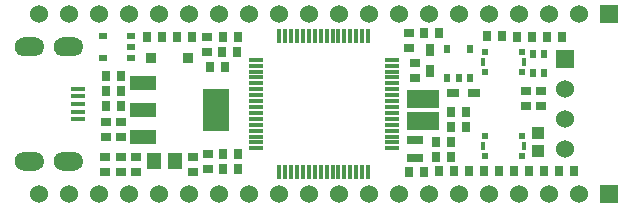
<source format=gbr>
G04 #@! TF.FileFunction,Soldermask,Top*
%FSLAX46Y46*%
G04 Gerber Fmt 4.6, Leading zero omitted, Abs format (unit mm)*
G04 Created by KiCad (PCBNEW 4.0.7-e2-6376~58~ubuntu16.04.1) date Sun Jan 14 12:59:34 2018*
%MOMM*%
%LPD*%
G01*
G04 APERTURE LIST*
%ADD10C,0.100000*%
%ADD11C,0.127000*%
%ADD12R,1.524000X1.524000*%
%ADD13C,1.524000*%
%ADD14R,0.635000X0.889000*%
%ADD15R,0.889000X0.635000*%
%ADD16R,1.016000X1.016000*%
%ADD17R,0.800000X0.550000*%
%ADD18R,0.550000X0.800000*%
%ADD19R,2.235200X1.219200*%
%ADD20R,2.200000X3.600000*%
%ADD21R,0.762000X1.016000*%
%ADD22R,0.625000X0.575000*%
%ADD23R,0.325000X0.700000*%
%ADD24R,1.198880X0.299720*%
%ADD25R,0.299720X1.198880*%
%ADD26R,2.700000X1.500000*%
%ADD27R,1.016000X0.762000*%
%ADD28R,1.399540X0.698500*%
%ADD29R,1.148080X0.398780*%
%ADD30O,2.300000X1.400000*%
%ADD31R,0.548640X0.797560*%
%ADD32R,1.150000X1.400000*%
%ADD33R,0.899160X0.949960*%
G04 APERTURE END LIST*
D10*
D11*
G36*
X1300480Y7281380D02*
X2199640Y7281380D01*
X2334260Y7266140D01*
X2466340Y7228040D01*
X2588260Y7162000D01*
X2694940Y7075640D01*
X2781300Y6968960D01*
X2844800Y6849580D01*
X2885440Y6717500D01*
X2898140Y6580340D01*
X2885440Y6443180D01*
X2844800Y6313640D01*
X2781300Y6191720D01*
X2694940Y6085040D01*
X2588260Y5998680D01*
X2466340Y5932640D01*
X2334260Y5894540D01*
X2199640Y5879300D01*
X1300480Y5879300D01*
X1165860Y5894540D01*
X1033780Y5932640D01*
X911860Y5998680D01*
X805180Y6085040D01*
X718820Y6191720D01*
X655320Y6313640D01*
X614680Y6443180D01*
X601980Y6580340D01*
X614680Y6717500D01*
X655320Y6849580D01*
X718820Y6968960D01*
X805180Y7075640D01*
X911860Y7162000D01*
X1033780Y7228040D01*
X1165860Y7266140D01*
X1300480Y7281380D01*
X1300480Y7281380D01*
G37*
X1300480Y7281380D02*
X2199640Y7281380D01*
X2334260Y7266140D01*
X2466340Y7228040D01*
X2588260Y7162000D01*
X2694940Y7075640D01*
X2781300Y6968960D01*
X2844800Y6849580D01*
X2885440Y6717500D01*
X2898140Y6580340D01*
X2885440Y6443180D01*
X2844800Y6313640D01*
X2781300Y6191720D01*
X2694940Y6085040D01*
X2588260Y5998680D01*
X2466340Y5932640D01*
X2334260Y5894540D01*
X2199640Y5879300D01*
X1300480Y5879300D01*
X1165860Y5894540D01*
X1033780Y5932640D01*
X911860Y5998680D01*
X805180Y6085040D01*
X718820Y6191720D01*
X655320Y6313640D01*
X614680Y6443180D01*
X601980Y6580340D01*
X614680Y6717500D01*
X655320Y6849580D01*
X718820Y6968960D01*
X805180Y7075640D01*
X911860Y7162000D01*
X1033780Y7228040D01*
X1165860Y7266140D01*
X1300480Y7281380D01*
G36*
X1300480Y16979100D02*
X2199640Y16979100D01*
X2334260Y16963860D01*
X2466340Y16925760D01*
X2588260Y16859720D01*
X2694940Y16773360D01*
X2781300Y16666680D01*
X2844800Y16544760D01*
X2885440Y16415220D01*
X2898140Y16278060D01*
X2885440Y16140900D01*
X2844800Y16008820D01*
X2781300Y15889440D01*
X2694940Y15782760D01*
X2588260Y15696400D01*
X2466340Y15630360D01*
X2334260Y15592260D01*
X2199640Y15577020D01*
X1300480Y15577020D01*
X1165860Y15592260D01*
X1033780Y15630360D01*
X911860Y15696400D01*
X805180Y15782760D01*
X718820Y15889440D01*
X655320Y16008820D01*
X614680Y16140900D01*
X601980Y16278060D01*
X614680Y16415220D01*
X655320Y16544760D01*
X718820Y16666680D01*
X805180Y16773360D01*
X911860Y16859720D01*
X1033780Y16925760D01*
X1165860Y16963860D01*
X1300480Y16979100D01*
X1300480Y16979100D01*
G37*
X1300480Y16979100D02*
X2199640Y16979100D01*
X2334260Y16963860D01*
X2466340Y16925760D01*
X2588260Y16859720D01*
X2694940Y16773360D01*
X2781300Y16666680D01*
X2844800Y16544760D01*
X2885440Y16415220D01*
X2898140Y16278060D01*
X2885440Y16140900D01*
X2844800Y16008820D01*
X2781300Y15889440D01*
X2694940Y15782760D01*
X2588260Y15696400D01*
X2466340Y15630360D01*
X2334260Y15592260D01*
X2199640Y15577020D01*
X1300480Y15577020D01*
X1165860Y15592260D01*
X1033780Y15630360D01*
X911860Y15696400D01*
X805180Y15782760D01*
X718820Y15889440D01*
X655320Y16008820D01*
X614680Y16140900D01*
X601980Y16278060D01*
X614680Y16415220D01*
X655320Y16544760D01*
X718820Y16666680D01*
X805180Y16773360D01*
X911860Y16859720D01*
X1033780Y16925760D01*
X1165860Y16963860D01*
X1300480Y16979100D01*
G36*
X4599940Y7281380D02*
X5499100Y7281380D01*
X5636260Y7266140D01*
X5765800Y7228040D01*
X5887720Y7162000D01*
X5994400Y7075640D01*
X6080760Y6968960D01*
X6144260Y6849580D01*
X6184900Y6717500D01*
X6197600Y6580340D01*
X6184900Y6443180D01*
X6144260Y6313640D01*
X6080760Y6191720D01*
X5994400Y6085040D01*
X5887720Y5998680D01*
X5765800Y5932640D01*
X5636260Y5894540D01*
X5499100Y5879300D01*
X4599940Y5879300D01*
X4462780Y5894540D01*
X4330700Y5932640D01*
X4208780Y5998680D01*
X4104640Y6085040D01*
X4015740Y6191720D01*
X3952240Y6313640D01*
X3911600Y6443180D01*
X3898900Y6580340D01*
X3911600Y6717500D01*
X3952240Y6849580D01*
X4015740Y6968960D01*
X4104640Y7075640D01*
X4208780Y7162000D01*
X4330700Y7228040D01*
X4462780Y7266140D01*
X4599940Y7281380D01*
X4599940Y7281380D01*
G37*
X4599940Y7281380D02*
X5499100Y7281380D01*
X5636260Y7266140D01*
X5765800Y7228040D01*
X5887720Y7162000D01*
X5994400Y7075640D01*
X6080760Y6968960D01*
X6144260Y6849580D01*
X6184900Y6717500D01*
X6197600Y6580340D01*
X6184900Y6443180D01*
X6144260Y6313640D01*
X6080760Y6191720D01*
X5994400Y6085040D01*
X5887720Y5998680D01*
X5765800Y5932640D01*
X5636260Y5894540D01*
X5499100Y5879300D01*
X4599940Y5879300D01*
X4462780Y5894540D01*
X4330700Y5932640D01*
X4208780Y5998680D01*
X4104640Y6085040D01*
X4015740Y6191720D01*
X3952240Y6313640D01*
X3911600Y6443180D01*
X3898900Y6580340D01*
X3911600Y6717500D01*
X3952240Y6849580D01*
X4015740Y6968960D01*
X4104640Y7075640D01*
X4208780Y7162000D01*
X4330700Y7228040D01*
X4462780Y7266140D01*
X4599940Y7281380D01*
G36*
X4599940Y16979100D02*
X5499100Y16979100D01*
X5636260Y16963860D01*
X5765800Y16925760D01*
X5887720Y16859720D01*
X5994400Y16773360D01*
X6080760Y16666680D01*
X6144260Y16544760D01*
X6184900Y16415220D01*
X6197600Y16278060D01*
X6184900Y16140900D01*
X6144260Y16008820D01*
X6080760Y15889440D01*
X5994400Y15782760D01*
X5887720Y15696400D01*
X5765800Y15630360D01*
X5636260Y15592260D01*
X5499100Y15577020D01*
X4599940Y15577020D01*
X4462780Y15592260D01*
X4330700Y15630360D01*
X4208780Y15696400D01*
X4104640Y15782760D01*
X4015740Y15889440D01*
X3952240Y16008820D01*
X3911600Y16140900D01*
X3898900Y16278060D01*
X3911600Y16415220D01*
X3952240Y16544760D01*
X4015740Y16666680D01*
X4104640Y16773360D01*
X4208780Y16859720D01*
X4330700Y16925760D01*
X4462780Y16963860D01*
X4599940Y16979100D01*
X4599940Y16979100D01*
G37*
X4599940Y16979100D02*
X5499100Y16979100D01*
X5636260Y16963860D01*
X5765800Y16925760D01*
X5887720Y16859720D01*
X5994400Y16773360D01*
X6080760Y16666680D01*
X6144260Y16544760D01*
X6184900Y16415220D01*
X6197600Y16278060D01*
X6184900Y16140900D01*
X6144260Y16008820D01*
X6080760Y15889440D01*
X5994400Y15782760D01*
X5887720Y15696400D01*
X5765800Y15630360D01*
X5636260Y15592260D01*
X5499100Y15577020D01*
X4599940Y15577020D01*
X4462780Y15592260D01*
X4330700Y15630360D01*
X4208780Y15696400D01*
X4104640Y15782760D01*
X4015740Y15889440D01*
X3952240Y16008820D01*
X3911600Y16140900D01*
X3898900Y16278060D01*
X3911600Y16415220D01*
X3952240Y16544760D01*
X4015740Y16666680D01*
X4104640Y16773360D01*
X4208780Y16859720D01*
X4330700Y16925760D01*
X4462780Y16963860D01*
X4599940Y16979100D01*
D12*
X50800000Y19049200D03*
D13*
X48260000Y19049200D03*
X45720000Y19049200D03*
X43180000Y19049200D03*
X40640000Y19049200D03*
X38100000Y19049200D03*
X35560000Y19049200D03*
X33020000Y19049200D03*
X30480000Y19049200D03*
X27940000Y19049200D03*
X25400000Y19049200D03*
X22860000Y19049200D03*
X20320000Y19049200D03*
X17780000Y19049200D03*
X15240000Y19049200D03*
X12700000Y19049200D03*
X10160000Y19049200D03*
X7620000Y19049200D03*
X5080000Y19049200D03*
X2540000Y19049200D03*
D12*
X50800000Y3809200D03*
D13*
X48260000Y3809200D03*
X45720000Y3809200D03*
X43180000Y3809200D03*
X40640000Y3809200D03*
X38100000Y3809200D03*
X35560000Y3809200D03*
X33020000Y3809200D03*
X30480000Y3809200D03*
X27940000Y3809200D03*
X25400000Y3809200D03*
X22860000Y3809200D03*
X20320000Y3809200D03*
X17780000Y3809200D03*
X15240000Y3809200D03*
X12700000Y3809200D03*
X10160000Y3809200D03*
X7620000Y3809200D03*
X5080000Y3809200D03*
X2540000Y3809200D03*
D14*
X19431000Y5968200D03*
X18161000Y5968200D03*
X18161000Y7238200D03*
X19431000Y7238200D03*
D15*
X9525000Y6985000D03*
X9525000Y5715000D03*
X15621000Y6985000D03*
X15621000Y5715000D03*
D14*
X9525000Y13842200D03*
X8255000Y13842200D03*
X18034000Y15875000D03*
X19304000Y15875000D03*
X19431000Y17144200D03*
X18161000Y17144200D03*
D15*
X33908900Y16139800D03*
X33908900Y17409800D03*
X34416900Y13599800D03*
X34416900Y14869800D03*
D14*
X35178900Y17409800D03*
X36448900Y17409800D03*
X37465000Y10794200D03*
X38735000Y10794200D03*
X37465000Y9524200D03*
X38735000Y9524200D03*
X35179000Y5714200D03*
X33909000Y5714200D03*
X36195000Y6985000D03*
X37465000Y6985000D03*
X36195000Y8255000D03*
X37465000Y8255000D03*
X44068900Y5725800D03*
X45338900Y5725800D03*
X41782900Y17155800D03*
X40512900Y17155800D03*
X14224000Y17145000D03*
X15494000Y17145000D03*
D15*
X9525000Y8635200D03*
X9525000Y9905200D03*
X8255000Y9905200D03*
X8255000Y8635200D03*
D14*
X8255000Y11251400D03*
X9525000Y11251400D03*
X8255000Y12521400D03*
X9525000Y12521400D03*
X11684000Y17145000D03*
X12954000Y17145000D03*
D15*
X16764000Y17145000D03*
X16764000Y15875000D03*
D14*
X18288000Y14604200D03*
X17018000Y14604200D03*
X37718900Y5725800D03*
X36448900Y5725800D03*
X40258900Y5725800D03*
X38988900Y5725800D03*
X41528900Y5725800D03*
X42798900Y5725800D03*
X44323000Y17144200D03*
X43053000Y17144200D03*
D15*
X45085000Y11303000D03*
X45085000Y12573000D03*
D16*
X44831000Y9016200D03*
X44831000Y7492200D03*
D17*
X10344000Y15306000D03*
X10344000Y16256000D03*
X10344000Y17206000D03*
X7944000Y17206000D03*
X7944000Y15306000D03*
D18*
X37149900Y13669800D03*
X38099900Y13669800D03*
X39049900Y13669800D03*
X39049900Y16069800D03*
X37149900Y16069800D03*
D19*
X11379200Y13232600D03*
X11379200Y10921200D03*
X11379200Y8609800D03*
D20*
X17577000Y10921200D03*
D21*
X35686900Y16012800D03*
X35686900Y14234800D03*
D12*
X47066200Y15239200D03*
D13*
X47066200Y12699200D03*
X47066200Y10159200D03*
X47066200Y7619200D03*
D22*
X40322500Y15797200D03*
X40322500Y14172700D03*
X43497500Y15797200D03*
X43497500Y14173200D03*
D23*
X40197500Y14985200D03*
X43622500Y14985200D03*
D22*
X40322500Y8685200D03*
X40322500Y7060700D03*
X43497500Y8685200D03*
X43497500Y7061200D03*
D23*
X40197500Y7873200D03*
X43622500Y7873200D03*
D24*
X32418020Y7680160D03*
X32418020Y8180540D03*
X32418020Y8680920D03*
X32418020Y9181300D03*
X32418020Y9681680D03*
X32418020Y10179520D03*
X32418020Y10679900D03*
X32418020Y11180280D03*
X32418020Y11678120D03*
X32418020Y12178500D03*
X32418020Y12678880D03*
X32418020Y13179260D03*
X32418020Y13677100D03*
X32418020Y14177480D03*
X32418020Y14677860D03*
X32418020Y15178240D03*
D25*
X30419040Y17177220D03*
X29918660Y17177220D03*
X29418280Y17177220D03*
X28917900Y17177220D03*
X28420060Y17177220D03*
X27919680Y17177220D03*
X27419300Y17177220D03*
X26918920Y17177220D03*
X26421080Y17177220D03*
X25920700Y17177220D03*
X25420320Y17177220D03*
X24922480Y17177220D03*
X24422100Y17177220D03*
X23921720Y17177220D03*
X23421340Y17177220D03*
X22920960Y17177220D03*
D24*
X20921980Y15178240D03*
X20921980Y14677860D03*
X20921980Y14177480D03*
X20921980Y13677100D03*
X20921980Y13179260D03*
X20921980Y12678880D03*
X20921980Y12178500D03*
X20921980Y11678120D03*
X20921980Y11180280D03*
X20921980Y10679900D03*
X20921980Y10179520D03*
X20921980Y9681680D03*
X20921980Y9181300D03*
X20921980Y8680920D03*
X20921980Y8180540D03*
X20921980Y7680160D03*
D25*
X22920960Y5681180D03*
X23421340Y5681180D03*
X23921720Y5681180D03*
X24422100Y5681180D03*
X24922480Y5681180D03*
X25420320Y5681180D03*
X25920700Y5681180D03*
X26421080Y5681180D03*
X26918920Y5681180D03*
X27419300Y5681180D03*
X27919680Y5681180D03*
X28420060Y5681180D03*
X28917900Y5681180D03*
X29418280Y5681180D03*
X29918660Y5681180D03*
X30419040Y5681180D03*
D26*
X35052000Y11871200D03*
X35052000Y9971200D03*
D27*
X37642700Y12329800D03*
X39420700Y12329800D03*
D28*
X34417000Y6869900D03*
X34417000Y8368500D03*
D29*
X5834380Y12727140D03*
X5834380Y12076900D03*
X5834380Y11429200D03*
X5834380Y10781500D03*
X5834380Y10131260D03*
D30*
X1750060Y16278060D03*
X1750060Y6580340D03*
X5049520Y16278060D03*
X5049520Y6580340D03*
D15*
X10795000Y5715000D03*
X10795000Y6985000D03*
X43815000Y11303000D03*
X43815000Y12573000D03*
D14*
X46837600Y17145000D03*
X45567600Y17145000D03*
D15*
X16891000Y7239000D03*
X16891000Y5969000D03*
D31*
X45280580Y14061440D03*
X44381420Y14061440D03*
X44381420Y15656560D03*
X45280580Y15656560D03*
D32*
X14108000Y6604000D03*
X12308000Y6604000D03*
D15*
X8128000Y5715000D03*
X8128000Y6985000D03*
D14*
X46608900Y5725800D03*
X47878900Y5725800D03*
D33*
X12014200Y15367000D03*
X15163800Y15367000D03*
M02*

</source>
